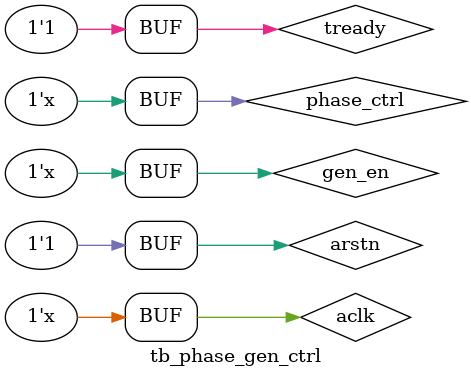
<source format=v>
`timescale 1ns / 1ps

module tb_phase_gen_ctrl();
reg gen_en, phase_ctrl;
reg aclk, arstn, tready;
wire [15:0] tdata;
wire tvalid;

wire [15:0] sin_tdata;
wire sin_tvalid;
initial begin
    aclk=1;
    arstn=0;
    tready=1;
    gen_en=1;
    phase_ctrl=0;
    #10
    arstn=1;
end
always begin
    #1
     aclk=~aclk;
end
always begin
    #1000
     gen_en=~gen_en;
end
always begin
    #100
     phase_ctrl=~phase_ctrl;
end
phase_gen_v1_0_M00_AXIS uut(

                            .M_AXIS_ACLK(aclk),
                            .M_AXIS_ARESETN(arstn),
                            .M_AXIS_TVALID(tvalid),
                            .M_AXIS_TDATA(tdata),
                            .M_AXIS_TREADY(tready),
                            .gen_en(gen_en),
                            .phase_ctrl(phase_ctrl)
                        );
// µ÷ÓÃÒ»¸ö  DDS Compiler IP ÉèÖÃÎª  sine LUT Ä£Ê½  phase width 16  ¸³Öµ¿í¶ÈÎª8                        
dds_compiler_0 uut1 (
  .aclk(aclk),                                // input wire aclk
  .s_axis_phase_tvalid(tvalid),  // input wire s_axis_phase_tvalid
  .s_axis_phase_tdata(tdata),    // input wire [15 : 0] s_axis_phase_tdata
  .m_axis_data_tvalid(sin_tvalid),    // output wire m_axis_data_tvalid
  .m_axis_data_tdata(sin_tdata)      // output wire [15 : 0] m_axis_data_tdata
);
endmodule

</source>
